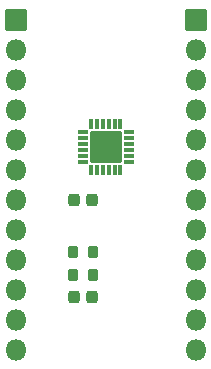
<source format=gbr>
%TF.GenerationSoftware,KiCad,Pcbnew,6.0.4+dfsg-1+b1*%
%TF.CreationDate,2022-04-28T11:11:36+08:00*%
%TF.ProjectId,gpioexp,6770696f-6578-4702-9e6b-696361645f70,c*%
%TF.SameCoordinates,Original*%
%TF.FileFunction,Soldermask,Top*%
%TF.FilePolarity,Negative*%
%FSLAX46Y46*%
G04 Gerber Fmt 4.6, Leading zero omitted, Abs format (unit mm)*
G04 Created by KiCad (PCBNEW 6.0.4+dfsg-1+b1) date 2022-04-28 11:11:36*
%MOMM*%
%LPD*%
G01*
G04 APERTURE LIST*
G04 Aperture macros list*
%AMRoundRect*
0 Rectangle with rounded corners*
0 $1 Rounding radius*
0 $2 $3 $4 $5 $6 $7 $8 $9 X,Y pos of 4 corners*
0 Add a 4 corners polygon primitive as box body*
4,1,4,$2,$3,$4,$5,$6,$7,$8,$9,$2,$3,0*
0 Add four circle primitives for the rounded corners*
1,1,$1+$1,$2,$3*
1,1,$1+$1,$4,$5*
1,1,$1+$1,$6,$7*
1,1,$1+$1,$8,$9*
0 Add four rect primitives between the rounded corners*
20,1,$1+$1,$2,$3,$4,$5,0*
20,1,$1+$1,$4,$5,$6,$7,0*
20,1,$1+$1,$6,$7,$8,$9,0*
20,1,$1+$1,$8,$9,$2,$3,0*%
G04 Aperture macros list end*
%ADD10RoundRect,0.250000X0.200000X0.275000X-0.200000X0.275000X-0.200000X-0.275000X0.200000X-0.275000X0*%
%ADD11RoundRect,0.275000X0.225000X0.250000X-0.225000X0.250000X-0.225000X-0.250000X0.225000X-0.250000X0*%
%ADD12RoundRect,0.112500X0.350000X0.062500X-0.350000X0.062500X-0.350000X-0.062500X0.350000X-0.062500X0*%
%ADD13RoundRect,0.112500X0.062500X0.350000X-0.062500X0.350000X-0.062500X-0.350000X0.062500X-0.350000X0*%
%ADD14RoundRect,0.050000X1.300000X1.300000X-1.300000X1.300000X-1.300000X-1.300000X1.300000X-1.300000X0*%
%ADD15RoundRect,0.050000X0.850000X0.850000X-0.850000X0.850000X-0.850000X-0.850000X0.850000X-0.850000X0*%
%ADD16O,1.800000X1.800000*%
G04 APERTURE END LIST*
D10*
%TO.C,R1*%
X141160000Y-100965000D03*
X139510000Y-100965000D03*
%TD*%
%TO.C,R2*%
X141160000Y-102870000D03*
X139510000Y-102870000D03*
%TD*%
D11*
%TO.C,C1*%
X141110000Y-96520000D03*
X139560000Y-96520000D03*
%TD*%
%TO.C,C2*%
X141110000Y-104775000D03*
X139560000Y-104775000D03*
%TD*%
D12*
%TO.C,U1*%
X144177500Y-93325000D03*
X144177500Y-92825000D03*
X144177500Y-92325000D03*
X144177500Y-91825000D03*
X144177500Y-91325000D03*
X144177500Y-90825000D03*
D13*
X143490000Y-90137500D03*
X142990000Y-90137500D03*
X142490000Y-90137500D03*
X141990000Y-90137500D03*
X141490000Y-90137500D03*
X140990000Y-90137500D03*
D12*
X140302500Y-90825000D03*
X140302500Y-91325000D03*
X140302500Y-91825000D03*
X140302500Y-92325000D03*
X140302500Y-92825000D03*
X140302500Y-93325000D03*
D13*
X140990000Y-94012500D03*
X141490000Y-94012500D03*
X141990000Y-94012500D03*
X142490000Y-94012500D03*
X142990000Y-94012500D03*
X143490000Y-94012500D03*
D14*
X142240000Y-92075000D03*
%TD*%
D15*
%TO.C,J1*%
X134620000Y-81280000D03*
D16*
X134620000Y-83820000D03*
X134620000Y-86360000D03*
X134620000Y-88900000D03*
X134620000Y-91440000D03*
X134620000Y-93980000D03*
X134620000Y-96520000D03*
X134620000Y-99060000D03*
X134620000Y-101600000D03*
X134620000Y-104140000D03*
X134620000Y-106680000D03*
X134620000Y-109220000D03*
%TD*%
D15*
%TO.C,J2*%
X149860000Y-81280000D03*
D16*
X149860000Y-83820000D03*
X149860000Y-86360000D03*
X149860000Y-88900000D03*
X149860000Y-91440000D03*
X149860000Y-93980000D03*
X149860000Y-96520000D03*
X149860000Y-99060000D03*
X149860000Y-101600000D03*
X149860000Y-104140000D03*
X149860000Y-106680000D03*
X149860000Y-109220000D03*
%TD*%
M02*

</source>
